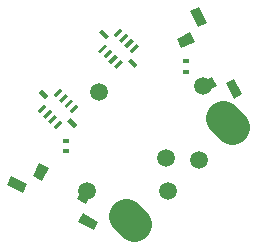
<source format=gbs>
G04 (created by PCBNEW (2013-jul-07)-stable) date Mon 07 Dec 2015 11:18:03 PM CST*
%MOIN*%
G04 Gerber Fmt 3.4, Leading zero omitted, Abs format*
%FSLAX34Y34*%
G01*
G70*
G90*
G04 APERTURE LIST*
%ADD10C,0.00590551*%
%ADD11R,0.0236X0.0157*%
%ADD12C,0.0590551*%
%ADD13C,0.11811*%
G04 APERTURE END LIST*
G54D10*
G54D11*
X72047Y-13326D03*
X72047Y-12972D03*
X68051Y-15984D03*
X68051Y-15630D03*
G54D10*
G36*
X71745Y-12236D02*
X72192Y-12013D01*
X72350Y-12330D01*
X71903Y-12553D01*
X71745Y-12236D01*
X71745Y-12236D01*
G37*
G36*
X72483Y-13716D02*
X72930Y-13493D01*
X73088Y-13810D01*
X72641Y-14033D01*
X72483Y-13716D01*
X72483Y-13716D01*
G37*
G36*
X73393Y-13702D02*
X73675Y-13561D01*
X73938Y-14090D01*
X73656Y-14230D01*
X73393Y-13702D01*
X73393Y-13702D01*
G37*
G36*
X72198Y-11306D02*
X72480Y-11165D01*
X72744Y-11694D01*
X72462Y-11834D01*
X72198Y-11306D01*
X72198Y-11306D01*
G37*
G36*
X68955Y-17307D02*
X68724Y-17750D01*
X68410Y-17587D01*
X68641Y-17143D01*
X68955Y-17307D01*
X68955Y-17307D01*
G37*
G36*
X67489Y-16543D02*
X67258Y-16987D01*
X66943Y-16823D01*
X67174Y-16380D01*
X67489Y-16543D01*
X67489Y-16543D01*
G37*
G36*
X66760Y-17089D02*
X66615Y-17369D01*
X66091Y-17096D01*
X66236Y-16817D01*
X66760Y-17089D01*
X66760Y-17089D01*
G37*
G36*
X69135Y-18326D02*
X68990Y-18605D01*
X68466Y-18332D01*
X68611Y-18053D01*
X69135Y-18326D01*
X69135Y-18326D01*
G37*
G36*
X67995Y-14460D02*
X68217Y-14237D01*
X68301Y-14321D01*
X68078Y-14543D01*
X67995Y-14460D01*
X67995Y-14460D01*
G37*
G36*
X67818Y-14283D02*
X68040Y-14060D01*
X68124Y-14144D01*
X67901Y-14367D01*
X67818Y-14283D01*
X67818Y-14283D01*
G37*
G36*
X68171Y-14637D02*
X68394Y-14414D01*
X68478Y-14498D01*
X68255Y-14720D01*
X68171Y-14637D01*
X68171Y-14637D01*
G37*
G36*
X67641Y-14106D02*
X67864Y-13884D01*
X67947Y-13967D01*
X67724Y-14190D01*
X67641Y-14106D01*
X67641Y-14106D01*
G37*
G36*
X67466Y-14989D02*
X67688Y-14766D01*
X67772Y-14850D01*
X67549Y-15072D01*
X67466Y-14989D01*
X67466Y-14989D01*
G37*
G36*
X67289Y-14812D02*
X67512Y-14589D01*
X67595Y-14673D01*
X67372Y-14896D01*
X67289Y-14812D01*
X67289Y-14812D01*
G37*
G36*
X67642Y-15166D02*
X67865Y-14943D01*
X67949Y-15026D01*
X67726Y-15249D01*
X67642Y-15166D01*
X67642Y-15166D01*
G37*
G36*
X67112Y-14635D02*
X67335Y-14413D01*
X67418Y-14496D01*
X67196Y-14719D01*
X67112Y-14635D01*
X67112Y-14635D01*
G37*
G36*
X67148Y-14031D02*
X67259Y-13919D01*
X67482Y-14142D01*
X67370Y-14253D01*
X67148Y-14031D01*
X67148Y-14031D01*
G37*
G36*
X68108Y-14991D02*
X68219Y-14880D01*
X68442Y-15102D01*
X68331Y-15214D01*
X68108Y-14991D01*
X68108Y-14991D01*
G37*
G54D12*
X69153Y-13996D03*
G54D10*
G36*
X70002Y-12452D02*
X70225Y-12229D01*
X70309Y-12313D01*
X70086Y-12536D01*
X70002Y-12452D01*
X70002Y-12452D01*
G37*
G36*
X69826Y-12275D02*
X70048Y-12053D01*
X70132Y-12136D01*
X69909Y-12359D01*
X69826Y-12275D01*
X69826Y-12275D01*
G37*
G36*
X70179Y-12629D02*
X70402Y-12406D01*
X70485Y-12490D01*
X70263Y-12712D01*
X70179Y-12629D01*
X70179Y-12629D01*
G37*
G36*
X69649Y-12099D02*
X69872Y-11876D01*
X69955Y-11959D01*
X69732Y-12182D01*
X69649Y-12099D01*
X69649Y-12099D01*
G37*
G36*
X69473Y-12981D02*
X69696Y-12758D01*
X69780Y-12842D01*
X69557Y-13065D01*
X69473Y-12981D01*
X69473Y-12981D01*
G37*
G36*
X69297Y-12804D02*
X69519Y-12582D01*
X69603Y-12665D01*
X69380Y-12888D01*
X69297Y-12804D01*
X69297Y-12804D01*
G37*
G36*
X69650Y-13158D02*
X69873Y-12935D01*
X69956Y-13019D01*
X69734Y-13241D01*
X69650Y-13158D01*
X69650Y-13158D01*
G37*
G36*
X69120Y-12627D02*
X69343Y-12405D01*
X69426Y-12488D01*
X69203Y-12711D01*
X69120Y-12627D01*
X69120Y-12627D01*
G37*
G36*
X69155Y-12023D02*
X69267Y-11911D01*
X69489Y-12134D01*
X69378Y-12245D01*
X69155Y-12023D01*
X69155Y-12023D01*
G37*
G36*
X70116Y-12983D02*
X70227Y-12872D01*
X70450Y-13094D01*
X70339Y-13206D01*
X70116Y-12983D01*
X70116Y-12983D01*
G37*
G54D13*
X70043Y-18142D02*
X70321Y-18421D01*
X73300Y-14885D02*
X73578Y-15164D01*
G54D12*
X71456Y-17303D03*
X72500Y-16259D03*
X71377Y-16220D03*
X72637Y-13799D03*
X68759Y-17303D03*
M02*

</source>
